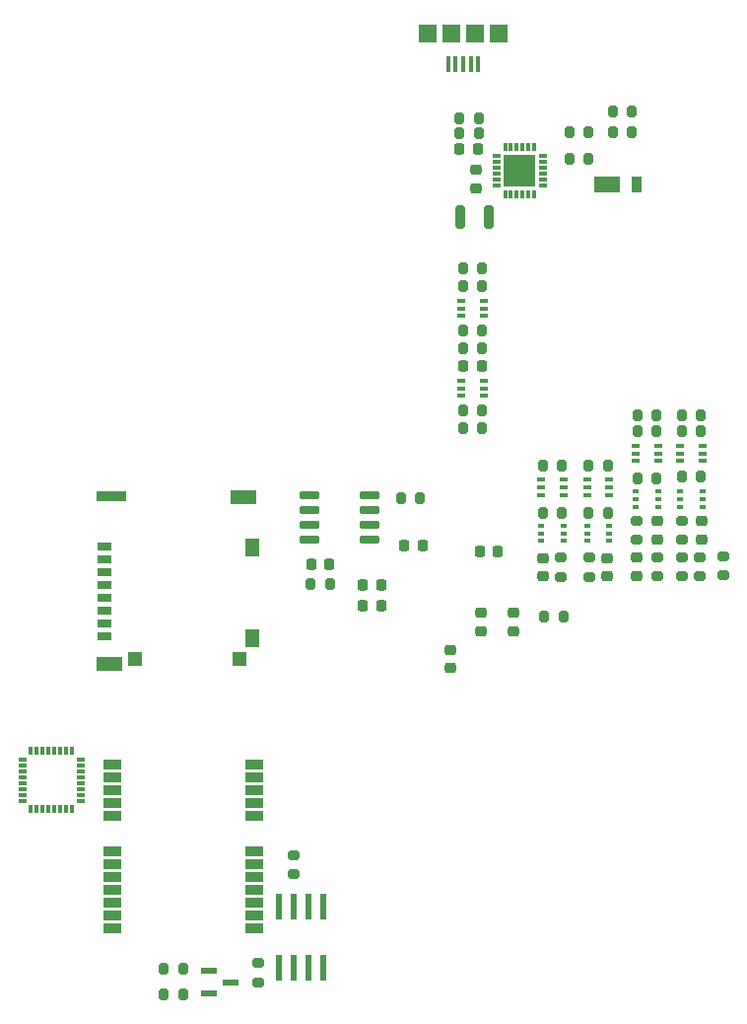
<source format=gbr>
%TF.GenerationSoftware,KiCad,Pcbnew,7.0.9*%
%TF.CreationDate,2024-01-23T11:42:20+00:00*%
%TF.ProjectId,mainboard,6d61696e-626f-4617-9264-2e6b69636164,rev?*%
%TF.SameCoordinates,Original*%
%TF.FileFunction,Paste,Bot*%
%TF.FilePolarity,Positive*%
%FSLAX46Y46*%
G04 Gerber Fmt 4.6, Leading zero omitted, Abs format (unit mm)*
G04 Created by KiCad (PCBNEW 7.0.9) date 2024-01-23 11:42:20*
%MOMM*%
%LPD*%
G01*
G04 APERTURE LIST*
G04 Aperture macros list*
%AMRoundRect*
0 Rectangle with rounded corners*
0 $1 Rounding radius*
0 $2 $3 $4 $5 $6 $7 $8 $9 X,Y pos of 4 corners*
0 Add a 4 corners polygon primitive as box body*
4,1,4,$2,$3,$4,$5,$6,$7,$8,$9,$2,$3,0*
0 Add four circle primitives for the rounded corners*
1,1,$1+$1,$2,$3*
1,1,$1+$1,$4,$5*
1,1,$1+$1,$6,$7*
1,1,$1+$1,$8,$9*
0 Add four rect primitives between the rounded corners*
20,1,$1+$1,$2,$3,$4,$5,0*
20,1,$1+$1,$4,$5,$6,$7,0*
20,1,$1+$1,$6,$7,$8,$9,0*
20,1,$1+$1,$8,$9,$2,$3,0*%
G04 Aperture macros list end*
%ADD10R,1.625600X0.812800*%
%ADD11R,0.762000X0.304800*%
%ADD12R,0.304800X0.762000*%
%ADD13RoundRect,0.200000X-0.275000X0.200000X-0.275000X-0.200000X0.275000X-0.200000X0.275000X0.200000X0*%
%ADD14RoundRect,0.200000X-0.200000X-0.275000X0.200000X-0.275000X0.200000X0.275000X-0.200000X0.275000X0*%
%ADD15RoundRect,0.200000X0.200000X0.275000X-0.200000X0.275000X-0.200000X-0.275000X0.200000X-0.275000X0*%
%ADD16RoundRect,0.200000X0.275000X-0.200000X0.275000X0.200000X-0.275000X0.200000X-0.275000X-0.200000X0*%
%ADD17R,1.500000X1.550000*%
%ADD18R,0.450000X1.350000*%
%ADD19R,0.900000X1.400000*%
%ADD20R,2.200000X1.400000*%
%ADD21RoundRect,0.218750X-0.218750X-0.256250X0.218750X-0.256250X0.218750X0.256250X-0.218750X0.256250X0*%
%ADD22RoundRect,0.218750X0.256250X-0.218750X0.256250X0.218750X-0.256250X0.218750X-0.256250X-0.218750X0*%
%ADD23R,0.609600X2.209800*%
%ADD24R,1.320800X0.558800*%
%ADD25R,1.240000X0.800000*%
%ADD26R,1.200000X1.160000*%
%ADD27R,2.500000X0.950000*%
%ADD28R,2.200000X1.150000*%
%ADD29R,1.150000X1.500000*%
%ADD30R,1.250000X1.160000*%
%ADD31RoundRect,0.218750X-0.256250X0.218750X-0.256250X-0.218750X0.256250X-0.218750X0.256250X0.218750X0*%
%ADD32RoundRect,0.218750X0.218750X0.256250X-0.218750X0.256250X-0.218750X-0.256250X0.218750X-0.256250X0*%
%ADD33RoundRect,0.150000X-0.725000X-0.150000X0.725000X-0.150000X0.725000X0.150000X-0.725000X0.150000X0*%
%ADD34R,0.300000X0.800000*%
%ADD35R,0.800000X0.300000*%
%ADD36R,2.800000X2.800000*%
%ADD37RoundRect,0.177600X-0.222400X-0.822400X0.222400X-0.822400X0.222400X0.822400X-0.222400X0.822400X0*%
%ADD38R,0.600000X0.400000*%
%ADD39R,0.650000X0.400000*%
G04 APERTURE END LIST*
D10*
%TO.C,U14*%
X19034462Y26701557D03*
X19034462Y30001557D03*
X19034462Y28901557D03*
X19034462Y27801557D03*
X19034462Y23701557D03*
X19034462Y18201557D03*
X19034462Y20401557D03*
X19034462Y21501557D03*
X19034462Y22601557D03*
X19034462Y31101557D03*
X19034462Y19301557D03*
X19034462Y17101557D03*
X31234462Y17101557D03*
X31234462Y21501557D03*
X31234462Y20401557D03*
X31234462Y19301557D03*
X31234462Y18201557D03*
X31234462Y23701557D03*
X31234462Y26701557D03*
X31234462Y31101557D03*
X31234462Y30001557D03*
X31234462Y28901557D03*
X31234462Y27801557D03*
X31234462Y22601557D03*
%TD*%
D11*
%TO.C,U13*%
X16325778Y31519950D03*
X16325778Y31019950D03*
X16325778Y30519950D03*
X16325778Y30019950D03*
X16325778Y29519950D03*
X16325778Y29019950D03*
X16325778Y28519950D03*
X16325778Y28019950D03*
D12*
X15575778Y27269950D03*
X15075778Y27269950D03*
X14575778Y27269950D03*
X14075778Y27269950D03*
X13575778Y27269950D03*
X13075778Y27269950D03*
X12575778Y27269950D03*
X12075778Y27269950D03*
D11*
X11325778Y28019950D03*
X11325778Y28519950D03*
X11325778Y29019950D03*
X11325778Y29519950D03*
X11325778Y30019950D03*
X11325778Y30519950D03*
X11325778Y31019950D03*
X11325778Y31519950D03*
D12*
X12075778Y32269950D03*
X12575778Y32269950D03*
X13075778Y32269950D03*
X13575778Y32269950D03*
X14075778Y32269950D03*
X14575778Y32269950D03*
X15075778Y32269950D03*
X15575778Y32269950D03*
%TD*%
D13*
%TO.C,R2*%
X65874900Y47259904D03*
X65874900Y48909904D03*
%TD*%
D14*
%TO.C,R22*%
X25142000Y11420004D03*
X23492000Y11420004D03*
%TD*%
%TO.C,R21*%
X25142000Y13579004D03*
X23492000Y13579004D03*
%TD*%
D13*
%TO.C,R23*%
X31584900Y12421100D03*
X31584900Y14071100D03*
%TD*%
D14*
%TO.C,R7*%
X45490900Y54013100D03*
X43840900Y54013100D03*
%TD*%
%TO.C,R40*%
X50545500Y86575900D03*
X48895500Y86575900D03*
%TD*%
D15*
%TO.C,R36*%
X58318900Y83096100D03*
X59968900Y83096100D03*
%TD*%
%TO.C,R35*%
X62052700Y85432900D03*
X63702700Y85432900D03*
%TD*%
D14*
%TO.C,R34*%
X59968900Y85432900D03*
X58318900Y85432900D03*
%TD*%
D15*
%TO.C,R39*%
X48895500Y85280500D03*
X50545500Y85280500D03*
%TD*%
%TO.C,R41*%
X56159900Y43857100D03*
X57809900Y43857100D03*
%TD*%
%TO.C,R46*%
X62052700Y87160100D03*
X63702700Y87160100D03*
%TD*%
D14*
%TO.C,R29*%
X50824900Y59982100D03*
X49174900Y59982100D03*
%TD*%
D15*
%TO.C,R30*%
X49174900Y66840100D03*
X50824900Y66840100D03*
%TD*%
%TO.C,R49*%
X49174900Y73698100D03*
X50824900Y73698100D03*
%TD*%
D14*
%TO.C,R52*%
X50824900Y72174100D03*
X49174900Y72174100D03*
%TD*%
%TO.C,R72*%
X57682900Y56807100D03*
X56032900Y56807100D03*
%TD*%
D16*
%TO.C,R75*%
X60032900Y48869100D03*
X60032900Y47219100D03*
%TD*%
D14*
%TO.C,R82*%
X65810900Y61125100D03*
X64160900Y61125100D03*
%TD*%
%TO.C,R83*%
X69620900Y61125100D03*
X67970900Y61125100D03*
%TD*%
%TO.C,R86*%
X65810900Y59728100D03*
X64160900Y59728100D03*
%TD*%
%TO.C,R87*%
X69620900Y59728100D03*
X67970900Y59728100D03*
%TD*%
D16*
%TO.C,R96*%
X68033900Y52044100D03*
X68033900Y50394100D03*
%TD*%
D15*
%TO.C,R97*%
X59969900Y52743100D03*
X61619900Y52743100D03*
%TD*%
%TO.C,R108*%
X64160900Y55664100D03*
X65810900Y55664100D03*
%TD*%
%TO.C,R109*%
X67970900Y55816500D03*
X69620900Y55816500D03*
%TD*%
D16*
%TO.C,R76*%
X57619900Y48869100D03*
X57619900Y47219100D03*
%TD*%
D14*
%TO.C,R71*%
X61619900Y56807100D03*
X59969900Y56807100D03*
%TD*%
D16*
%TO.C,R95*%
X64096900Y52044100D03*
X64096900Y50394100D03*
%TD*%
D13*
%TO.C,R1*%
X68033900Y47257200D03*
X68033900Y48907200D03*
%TD*%
%TO.C,R19*%
X69557900Y47282600D03*
X69557900Y48932600D03*
%TD*%
D16*
%TO.C,R16*%
X71589900Y48996100D03*
X71589900Y47346100D03*
%TD*%
D15*
%TO.C,R110*%
X49174900Y68364100D03*
X50824900Y68364100D03*
%TD*%
D14*
%TO.C,R47*%
X50824900Y61506100D03*
X49174900Y61506100D03*
%TD*%
D15*
%TO.C,R98*%
X56032900Y52743100D03*
X57682900Y52743100D03*
%TD*%
D14*
%TO.C,R51*%
X37743900Y46647100D03*
X36093900Y46647100D03*
%TD*%
D13*
%TO.C,R24*%
X34632900Y21692100D03*
X34632900Y23342100D03*
%TD*%
D17*
%TO.C,J11*%
X52262500Y93865700D03*
X46162500Y93865700D03*
X50212500Y93865700D03*
X48212500Y93865700D03*
D18*
X50512500Y91190700D03*
X49862500Y91190700D03*
X49212500Y91190700D03*
X48562500Y91190700D03*
X47912500Y91190700D03*
%TD*%
D19*
%TO.C,D4*%
X64149900Y80873600D03*
D20*
X61599900Y80873600D03*
%TD*%
D21*
%TO.C,C4*%
X36131400Y48298100D03*
X37706400Y48298100D03*
%TD*%
D22*
%TO.C,C11*%
X53555900Y42557600D03*
X53555900Y44132600D03*
%TD*%
%TO.C,C16*%
X50761900Y42557600D03*
X50761900Y44132600D03*
%TD*%
D23*
%TO.C,Q22*%
X37172900Y13677900D03*
X35902900Y13677900D03*
X34632900Y13677900D03*
X33362900Y13677900D03*
X33362900Y18910300D03*
X34632900Y18910300D03*
X35902900Y18910300D03*
X37172900Y18910300D03*
%TD*%
D24*
%TO.C,Q1*%
X27377700Y11483504D03*
X27377700Y13388504D03*
X29257300Y12436004D03*
%TD*%
D21*
%TO.C,C13*%
X44132400Y49949100D03*
X45707400Y49949100D03*
%TD*%
D25*
%TO.C,J1*%
X18371900Y49801100D03*
X18371900Y48701100D03*
X18371900Y47601100D03*
X18371900Y46501100D03*
X18371900Y45401100D03*
X18371900Y44301100D03*
X18371900Y43201100D03*
X18371900Y42101100D03*
D26*
X30001900Y40161100D03*
D27*
X19001900Y54146100D03*
D28*
X18851900Y39756100D03*
X30331900Y54046100D03*
D29*
X31126900Y49741100D03*
X31126900Y41961100D03*
D30*
X21001900Y40161100D03*
%TD*%
D31*
%TO.C,C10*%
X48094900Y40957600D03*
X48094900Y39382600D03*
%TD*%
D32*
%TO.C,C12*%
X42151400Y46520100D03*
X40576400Y46520100D03*
%TD*%
D33*
%TO.C,U1*%
X35994900Y50457100D03*
X35994900Y51727100D03*
X35994900Y52997100D03*
X35994900Y54267100D03*
X41144900Y54267100D03*
X41144900Y52997100D03*
X41144900Y51727100D03*
X41144900Y50457100D03*
%TD*%
D34*
%TO.C,U17*%
X52813900Y84080100D03*
X53313900Y84080100D03*
X53813900Y84080100D03*
X54313900Y84080100D03*
X54813900Y84080100D03*
X55313900Y84080100D03*
D35*
X56063900Y83330100D03*
X56063900Y82830100D03*
X56063900Y82330100D03*
X56063900Y81830100D03*
X56063900Y81330100D03*
X56063900Y80830100D03*
D34*
X55313900Y80080100D03*
X54813900Y80080100D03*
X54313900Y80080100D03*
X53813900Y80080100D03*
X53313900Y80080100D03*
X52813900Y80080100D03*
D35*
X52063900Y80830100D03*
X52063900Y81330100D03*
X52063900Y81830100D03*
X52063900Y82330100D03*
X52063900Y82830100D03*
X52063900Y83330100D03*
D36*
X54063900Y82080100D03*
%TD*%
D22*
%TO.C,C35*%
X50330100Y80556000D03*
X50330100Y82131000D03*
%TD*%
D32*
%TO.C,C33*%
X50482600Y83959700D03*
X48907600Y83959700D03*
%TD*%
D31*
%TO.C,C9*%
X64096900Y48872404D03*
X64096900Y47297404D03*
%TD*%
D21*
%TO.C,C15*%
X50609400Y49441100D03*
X52184400Y49441100D03*
%TD*%
D37*
%TO.C,L4*%
X48983900Y78143100D03*
X51383900Y78143100D03*
%TD*%
D21*
%TO.C,C6*%
X49212400Y65316100D03*
X50787400Y65316100D03*
%TD*%
D31*
%TO.C,C8*%
X61556900Y48831600D03*
X61556900Y47256600D03*
%TD*%
%TO.C,C41*%
X65874900Y52006600D03*
X65874900Y50431600D03*
%TD*%
%TO.C,C42*%
X69684900Y52006600D03*
X69684900Y50431600D03*
%TD*%
D38*
%TO.C,Q12*%
X59844900Y50315100D03*
X59844900Y50965100D03*
X59844900Y51615100D03*
X61744900Y51615100D03*
X61744900Y50965100D03*
X61744900Y50315100D03*
%TD*%
D39*
%TO.C,Q16*%
X67845900Y57173100D03*
X67845900Y57823100D03*
X67845900Y58473100D03*
X69745900Y58473100D03*
X69745900Y57823100D03*
X69745900Y57173100D03*
%TD*%
D38*
%TO.C,Q19*%
X67845900Y53236100D03*
X67845900Y53886100D03*
X67845900Y54536100D03*
X69745900Y54536100D03*
X69745900Y53886100D03*
X69745900Y53236100D03*
%TD*%
D39*
%TO.C,Q15*%
X64035900Y57173100D03*
X64035900Y57823100D03*
X64035900Y58473100D03*
X65935900Y58473100D03*
X65935900Y57823100D03*
X65935900Y57173100D03*
%TD*%
D38*
%TO.C,Q18*%
X64035900Y53236100D03*
X64035900Y53886100D03*
X64035900Y54536100D03*
X65935900Y54536100D03*
X65935900Y53886100D03*
X65935900Y53236100D03*
%TD*%
D39*
%TO.C,Q7*%
X59844900Y54252100D03*
X59844900Y54902100D03*
X59844900Y55552100D03*
X61744900Y55552100D03*
X61744900Y54902100D03*
X61744900Y54252100D03*
%TD*%
D38*
%TO.C,Q13*%
X55907900Y50315100D03*
X55907900Y50965100D03*
X55907900Y51615100D03*
X57807900Y51615100D03*
X57807900Y50965100D03*
X57807900Y50315100D03*
%TD*%
D31*
%TO.C,C40*%
X56095900Y48831600D03*
X56095900Y47256600D03*
%TD*%
D39*
%TO.C,Q3*%
X49049900Y69619100D03*
X49049900Y70269100D03*
X49049900Y70919100D03*
X50949900Y70919100D03*
X50949900Y70269100D03*
X50949900Y69619100D03*
%TD*%
%TO.C,Q2*%
X49049900Y62761100D03*
X49049900Y63411100D03*
X49049900Y64061100D03*
X50949900Y64061100D03*
X50949900Y63411100D03*
X50949900Y62761100D03*
%TD*%
%TO.C,Q8*%
X55907900Y54252100D03*
X55907900Y54902100D03*
X55907900Y55552100D03*
X57807900Y55552100D03*
X57807900Y54902100D03*
X57807900Y54252100D03*
%TD*%
D21*
%TO.C,C14*%
X40576400Y44742100D03*
X42151400Y44742100D03*
%TD*%
M02*

</source>
